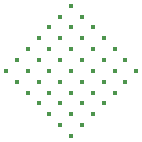
<source format=gbr>
%TF.GenerationSoftware,Altium Limited,Altium Designer,23.5.1 (21)*%
G04 Layer_Color=16711935*
%FSLAX45Y45*%
%MOMM*%
%TF.SameCoordinates,DF551FB5-6F85-4ABD-ABAF-5ACF3DF1BB5E*%
%TF.FilePolarity,Positive*%
%TF.FileFunction,Other,Capping*%
%TF.Part,Single*%
G01*
G75*
%TA.AperFunction,SMDPad,CuDef*%
%ADD178C,0.45000*%
D178*
X7913546Y4460092D02*
D03*
X7821622Y4552016D02*
D03*
X7729698Y4643940D02*
D03*
X7637774Y4735864D02*
D03*
X8005469Y4368168D02*
D03*
X8189317Y4184321D02*
D03*
X8097393Y4276244D02*
D03*
X8465089Y5011635D02*
D03*
X8373165Y5103559D02*
D03*
X8281241Y5195483D02*
D03*
X8189317Y5287407D02*
D03*
X8557013Y4919712D02*
D03*
X8740860Y4735864D02*
D03*
X8648936Y4827788D02*
D03*
X8097393Y4643940D02*
D03*
X8005469Y4735864D02*
D03*
X7913546Y4827788D02*
D03*
X7821622Y4919712D02*
D03*
X8189317Y4552016D02*
D03*
X8373165Y4368168D02*
D03*
X8281241Y4460092D02*
D03*
X8005469Y4552016D02*
D03*
X7913546Y4643940D02*
D03*
X7821622Y4735864D02*
D03*
X7729698Y4827788D02*
D03*
X8097393Y4460092D02*
D03*
X8281241Y4276244D02*
D03*
X8189317Y4368168D02*
D03*
Y4735864D02*
D03*
X8097393Y4827788D02*
D03*
X8005469Y4919712D02*
D03*
X7913546Y5011635D02*
D03*
X8281241Y4643940D02*
D03*
X8465089Y4460092D02*
D03*
X8373165Y4552016D02*
D03*
X8281241Y4827788D02*
D03*
X8189317Y4919712D02*
D03*
X8097393Y5011635D02*
D03*
X8005469Y5103559D02*
D03*
X8373165Y4735864D02*
D03*
X8557013Y4552016D02*
D03*
X8465089Y4643940D02*
D03*
X8373165Y4919712D02*
D03*
X8281241Y5011635D02*
D03*
X8189317Y5103559D02*
D03*
X8097393Y5195483D02*
D03*
X8465089Y4827788D02*
D03*
X8648936Y4643940D02*
D03*
X8557013Y4735864D02*
D03*
%TF.MD5,4d033876c20c11d0f080d08fa2b53cb8*%
M02*

</source>
